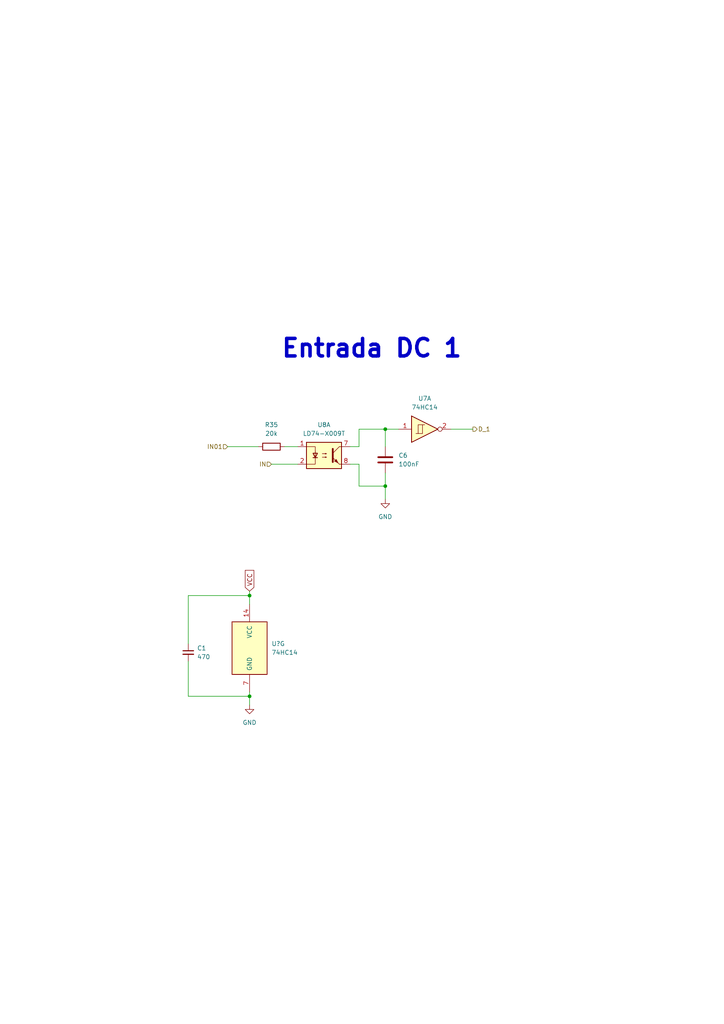
<source format=kicad_sch>
(kicad_sch (version 20221004) (generator eeschema)
  (paper "A4" portrait)
  (title_block (date "2022-10-09") (rev "José Luis Laica"))
  (lib_symbols
    (symbol "74xx:74HC14" (pin_names (offset 1.016))
      (property "Reference" "U" (at 0 1.27 0))
      (property "Value" "74HC14" (at 0 -1.27 0))
      (symbol "74HC14_1_0"
        (polyline (pts (xy -3.81 3.81) (xy -3.81 -3.81) (xy 3.81 0) (xy -3.81 3.81)) (stroke (width 0.254)) (fill (type background)))
        (pin input line (at -7.62 0 0) (length 3.81) (name "~") (number "1"))
        (pin output inverted (at 7.62 0 180) (length 3.81) (name "~") (number "2"))
      )
      (symbol "74HC14_1_1"
        (polyline (pts (xy -1.905 -1.27) (xy -1.905 1.27) (xy -0.635 1.27)))
        (polyline (pts (xy -2.54 -1.27) (xy -0.635 -1.27) (xy -0.635 1.27) (xy 0 1.27)))
      )
      (symbol "74HC14_2_0"
        (polyline (pts (xy -3.81 3.81) (xy -3.81 -3.81) (xy 3.81 0) (xy -3.81 3.81)) (stroke (width 0.254)) (fill (type background)))
        (pin input line (at -7.62 0 0) (length 3.81) (name "~") (number "3"))
        (pin output inverted (at 7.62 0 180) (length 3.81) (name "~") (number "4"))
      )
      (symbol "74HC14_2_1"
        (polyline (pts (xy -1.905 -1.27) (xy -1.905 1.27) (xy -0.635 1.27)))
        (polyline (pts (xy -2.54 -1.27) (xy -0.635 -1.27) (xy -0.635 1.27) (xy 0 1.27)))
      )
      (symbol "74HC14_3_0"
        (polyline (pts (xy -3.81 3.81) (xy -3.81 -3.81) (xy 3.81 0) (xy -3.81 3.81)) (stroke (width 0.254)) (fill (type background)))
        (pin input line (at -7.62 0 0) (length 3.81) (name "~") (number "5"))
        (pin output inverted (at 7.62 0 180) (length 3.81) (name "~") (number "6"))
      )
      (symbol "74HC14_3_1"
        (polyline (pts (xy -1.905 -1.27) (xy -1.905 1.27) (xy -0.635 1.27)))
        (polyline (pts (xy -2.54 -1.27) (xy -0.635 -1.27) (xy -0.635 1.27) (xy 0 1.27)))
      )
      (symbol "74HC14_4_0"
        (polyline (pts (xy -3.81 3.81) (xy -3.81 -3.81) (xy 3.81 0) (xy -3.81 3.81)) (stroke (width 0.254)) (fill (type background)))
        (pin output inverted (at 7.62 0 180) (length 3.81) (name "~") (number "8"))
        (pin input line (at -7.62 0 0) (length 3.81) (name "~") (number "9"))
      )
      (symbol "74HC14_4_1"
        (polyline (pts (xy -1.905 -1.27) (xy -1.905 1.27) (xy -0.635 1.27)))
        (polyline (pts (xy -2.54 -1.27) (xy -0.635 -1.27) (xy -0.635 1.27) (xy 0 1.27)))
      )
      (symbol "74HC14_5_0"
        (polyline (pts (xy -3.81 3.81) (xy -3.81 -3.81) (xy 3.81 0) (xy -3.81 3.81)) (stroke (width 0.254)) (fill (type background)))
        (pin output inverted (at 7.62 0 180) (length 3.81) (name "~") (number "10"))
        (pin input line (at -7.62 0 0) (length 3.81) (name "~") (number "11"))
      )
      (symbol "74HC14_5_1"
        (polyline (pts (xy -1.905 -1.27) (xy -1.905 1.27) (xy -0.635 1.27)))
        (polyline (pts (xy -2.54 -1.27) (xy -0.635 -1.27) (xy -0.635 1.27) (xy 0 1.27)))
      )
      (symbol "74HC14_6_0"
        (polyline (pts (xy -3.81 3.81) (xy -3.81 -3.81) (xy 3.81 0) (xy -3.81 3.81)) (stroke (width 0.254)) (fill (type background)))
        (pin output inverted (at 7.62 0 180) (length 3.81) (name "~") (number "12"))
        (pin input line (at -7.62 0 0) (length 3.81) (name "~") (number "13"))
      )
      (symbol "74HC14_6_1"
        (polyline (pts (xy -1.905 -1.27) (xy -1.905 1.27) (xy -0.635 1.27)))
        (polyline (pts (xy -2.54 -1.27) (xy -0.635 -1.27) (xy -0.635 1.27) (xy 0 1.27)))
      )
      (symbol "74HC14_7_0"
        (pin power_in line (at 0 12.7 270) (length 5.08) (name "VCC") (number "14"))
        (pin power_in line (at 0 -12.7 90) (length 5.08) (name "GND") (number "7"))
      )
      (symbol "74HC14_7_1"
        (rectangle (start -5.08 7.62) (end 5.08 -7.62) (stroke (width 0.254)) (fill (type background)))
      )
    )
    (symbol "Device:C" (pin_numbers hide) (pin_names (offset 0.254))
      (property "Reference" "C" (at 0.635 2.54 0))
      (property "Value" "C" (at 0.635 -2.54 0))
      (symbol "C_0_1"
        (polyline (pts (xy -2.032 -0.762) (xy 2.032 -0.762)) (stroke (width 0.508)))
        (polyline (pts (xy -2.032 0.762) (xy 2.032 0.762)) (stroke (width 0.508)))
      )
      (symbol "C_1_1"
        (pin passive line (at 0 3.81 270) (length 2.794) (name "~") (number "1"))
        (pin passive line (at 0 -3.81 90) (length 2.794) (name "~") (number "2"))
      )
    )
    (symbol "Device:C_Small" (pin_numbers hide) (pin_names (offset 0.254) hide)
      (property "Reference" "C" (at 0.254 1.778 0))
      (property "Value" "C_Small" (at 0.254 -2.032 0))
      (symbol "C_Small_0_1"
        (polyline (pts (xy -1.524 -0.508) (xy 1.524 -0.508)) (stroke (width 0.3302)))
        (polyline (pts (xy -1.524 0.508) (xy 1.524 0.508)) (stroke (width 0.3048)))
      )
      (symbol "C_Small_1_1"
        (pin passive line (at 0 2.54 270) (length 2.032) (name "~") (number "1"))
        (pin passive line (at 0 -2.54 90) (length 2.032) (name "~") (number "2"))
      )
    )
    (symbol "Device:R" (pin_numbers hide) (pin_names (offset 0))
      (property "Reference" "R" (at 2.032 0 90))
      (property "Value" "R" (at 0 0 90))
      (symbol "R_0_1"
        (rectangle (start -1.016 -2.54) (end 1.016 2.54) (stroke (width 0.254)))
      )
      (symbol "R_1_1"
        (pin passive line (at 0 3.81 270) (length 1.27) (name "~") (number "1"))
        (pin passive line (at 0 -3.81 90) (length 1.27) (name "~") (number "2"))
      )
    )
    (symbol "Isolator:ILD74" (pin_names (offset 1.016))
      (property "Reference" "U" (at -5.08 5.08 0))
      (property "Value" "ILD74" (at 0 5.08 0))
      (symbol "ILD74_0_1"
        (rectangle (start -5.08 3.81) (end 5.08 -3.81) (stroke (width 0.254)) (fill (type background)))
        (polyline (pts (xy -3.175 -0.635) (xy -1.905 -0.635)) (stroke (width 0.254)))
        (polyline (pts (xy 2.54 0.635) (xy 4.445 2.54)))
        (polyline (pts (xy 4.445 -2.54) (xy 2.54 -0.635)) (fill (type outline)))
        (polyline (pts (xy 4.445 -2.54) (xy 5.08 -2.54)))
        (polyline (pts (xy 4.445 2.54) (xy 5.08 2.54)))
        (polyline (pts (xy -5.08 2.54) (xy -2.54 2.54) (xy -2.54 0.635)))
        (polyline (pts (xy 2.54 1.905) (xy 2.54 -1.905) (xy 2.54 -1.905)) (stroke (width 0.508)))
        (polyline (pts (xy -2.54 -0.635) (xy -3.175 0.635) (xy -1.905 0.635) (xy -2.54 -0.635)) (stroke (width 0.254)))
        (polyline (pts (xy -2.54 -0.635) (xy -2.54 1.27) (xy -2.54 -2.54) (xy -5.08 -2.54)))
        (polyline (pts (xy -0.508 -0.508) (xy 0.762 -0.508) (xy 0.381 -0.635) (xy 0.381 -0.381) (xy 0.762 -0.508)))
        (polyline (pts (xy -0.508 0.508) (xy 0.762 0.508) (xy 0.381 0.381) (xy 0.381 0.635) (xy 0.762 0.508)))
        (polyline (pts (xy 3.048 -1.651) (xy 3.556 -1.143) (xy 4.064 -2.159) (xy 3.048 -1.651) (xy 3.048 -1.651)) (fill (type outline)))
      )
      (symbol "ILD74_1_1"
        (pin passive line (at -7.62 2.54 0) (length 2.54) (name "~") (number "1"))
        (pin passive line (at -7.62 -2.54 0) (length 2.54) (name "~") (number "2"))
        (pin passive line (at 7.62 2.54 180) (length 2.54) (name "~") (number "7"))
        (pin passive line (at 7.62 -2.54 180) (length 2.54) (name "~") (number "8"))
      )
      (symbol "ILD74_2_1"
        (pin passive line (at -7.62 -2.54 0) (length 2.54) (name "~") (number "3"))
        (pin passive line (at -7.62 2.54 0) (length 2.54) (name "~") (number "4"))
        (pin passive line (at 7.62 -2.54 180) (length 2.54) (name "~") (number "5"))
        (pin passive line (at 7.62 2.54 180) (length 2.54) (name "~") (number "6"))
      )
    )
    (symbol "power:GND" (power) (pin_names (offset 0))
      (property "Value" "GND" (at 0 -3.81 0))
      (symbol "GND_0_1"
        (polyline (pts (xy 0 0) (xy 0 -1.27) (xy 1.27 -1.27) (xy 0 -2.54) (xy -1.27 -1.27) (xy 0 -1.27)))
      )
      (symbol "GND_1_1"
        (pin power_in line (at 0 0 270) (length 0) hide (name "GND") (number "1"))
      )
    )
  )
  (junction (at 72.39 172.72))
  (junction (at 72.39 201.93))
  (junction (at 111.76 140.97))
  (junction (at 111.76 124.46))
  (wire (pts (xy 66.04 129.54) (xy 74.93 129.54)))
  (wire (pts (xy 111.76 124.46) (xy 111.76 129.54)))
  (wire (pts (xy 104.14 134.62) (xy 104.14 140.97)))
  (wire (pts (xy 111.76 124.46) (xy 115.57 124.46)))
  (wire (pts (xy 82.55 129.54) (xy 86.36 129.54)))
  (wire (pts (xy 72.39 201.93) (xy 72.39 204.47)))
  (wire (pts (xy 54.61 191.77) (xy 54.61 201.93)))
  (wire (pts (xy 54.61 186.69) (xy 54.61 172.72)))
  (wire (pts (xy 111.76 144.78) (xy 111.76 140.97)))
  (wire (pts (xy 78.74 134.62) (xy 86.36 134.62)))
  (wire (pts (xy 101.6 129.54) (xy 104.14 129.54)))
  (wire (pts (xy 72.39 200.66) (xy 72.39 201.93)))
  (wire (pts (xy 54.61 172.72) (xy 72.39 172.72)))
  (wire (pts (xy 72.39 171.45) (xy 72.39 172.72)))
  (wire (pts (xy 72.39 172.72) (xy 72.39 175.26)))
  (wire (pts (xy 104.14 129.54) (xy 104.14 124.46)))
  (wire (pts (xy 111.76 140.97) (xy 111.76 137.16)))
  (wire (pts (xy 104.14 140.97) (xy 111.76 140.97)))
  (wire (pts (xy 101.6 134.62) (xy 104.14 134.62)))
  (wire (pts (xy 130.81 124.46) (xy 137.16 124.46)))
  (wire (pts (xy 104.14 124.46) (xy 111.76 124.46)))
  (wire (pts (xy 54.61 201.93) (xy 72.39 201.93)))
  (text "Entrada DC 1" (at 81.28 104.14 0) (effects (font (size 5.08 5.08) (thickness 1.016) bold) (justify left bottom)))
  (global_label "VCC" (shape input) (at 72.39 171.45 90) (property "Intersheet References" "${INTERSHEET_REFS}" (at 74.5808 171.45 90) (effects (justify left))))
  (hierarchical_label "D_1" (shape output) (at 137.16 124.46 0))
  (hierarchical_label "IN" (shape input) (at 78.74 134.62 180) (property "Intersheet References" "${INTERSHEET_REFS}" (effects hide)))
  (hierarchical_label "IN01" (shape input) (at 66.04 129.54 180))
  (symbol (lib_id "Device:R") (at 78.74 129.54 90) (unit 1)
    (property "Reference" "R35" (at 78.74 123.19 90))
    (property "Value" "20k" (at 78.74 125.73 90))
    (property "Footprint" "Resistor_SMD:R_0603_1608Metric" (effects hide))
  )
  (symbol (lib_id "Isolator:ILD74") (at 93.98 132.08 0) (unit 1)
    (property "Reference" "U8" (at 93.98 123.19 0))
    (property "Value" "LD74-X009T" (at 93.98 125.73 0))
    (property "Footprint" "Package_DIP:DIP-8_W8.89mm_SMDSocket_LongPads" (effects hide))
    (property "Datasheet" "https://www.vishay.com/docs/83640/ild74.pdf" (effects hide))
  )
  (symbol (lib_id "74xx:74HC14") (at 123.19 124.46 0) (unit 1)
    (property "Reference" "U7" (at 123.19 115.57 0))
    (property "Value" "74HC14" (at 123.19 118.11 0))
    (property "Footprint" "Package_SO:SOIC-14W_7.5x9mm_P1.27mm" (effects hide))
    (property "Datasheet" "http://www.ti.com/lit/gpn/sn74HC14" (effects hide))
  )
  (symbol (lib_id "74xx:74HC14") (at 72.39 187.96 0) (unit 7)
    (property "Reference" "U?" (at 78.74 186.6899 0) (effects (justify left)))
    (property "Value" "74HC14" (at 78.74 189.2299 0) (effects (justify left)))
    (property "Footprint" "Package_SO:SOIC-14W_7.5x9mm_P1.27mm" (effects hide))
    (property "Datasheet" "http://www.ti.com/lit/gpn/sn74HC14" (effects hide))
    (instances (project "PLC 32 V2" (path "" (reference "U?") (unit 7) (value "74HC14") (footprint "Package_SO:SOIC-14W_7.5x9mm_P1.27mm")) (path "" (reference "U7") (unit 7) (value "74HC14") (footprint "Package_SO:SOIC-14W_7.5x9mm_P1.27mm"))))
  )
  (symbol (lib_id "power:GND") (at 111.76 144.78 0) (unit 1)
    (property "Reference" "#PWR05" (effects hide))
    (property "Value" "GND" (at 111.76 149.86 0))
  )
  (symbol (lib_id "Device:C_Small") (at 54.61 189.23 0) (unit 1)
    (property "Reference" "C1" (at 57.15 187.9662 0) (effects (justify left)))
    (property "Value" "470" (at 57.15 190.5062 0) (effects (justify left)))
    (property "Footprint" "Capacitor_SMD:C_Elec_10x10.2" (effects hide))
    (instances (project "PLC 32 V2" (path "" (reference "C1") (unit 1) (value "470") (footprint "Capacitor_SMD:C_Elec_10x10.2")) (path "" (reference "C4") (unit 1) (value "470") (footprint "Capacitor_SMD:C_Elec_10x10.2")) (path "" (reference "C5") (unit 1) (value "470") (footprint "Capacitor_SMD:C_Elec_10x10.2"))))
  )
  (symbol (lib_id "power:GND") (at 72.39 204.47 0) (unit 1)
    (property "Reference" "#PWR?" (effects hide))
    (property "Value" "GND" (at 72.39 209.55 0))
    (instances (project "PLC 32 V2" (path "" (reference "#PWR?") (unit 1) (value "GND") (footprint "")) (path "" (reference "#PWR06") (unit 1) (value "GND") (footprint ""))))
  )
  (symbol (lib_id "Device:C") (at 111.76 133.35 0) (unit 1)
    (property "Reference" "C6" (at 115.57 132.0799 0) (effects (justify left)))
    (property "Value" "100nF" (at 115.57 134.6199 0) (effects (justify left)))
    (property "Footprint" "Capacitor_SMD:C_0402_1005Metric" (effects hide))
  )
)
</source>
